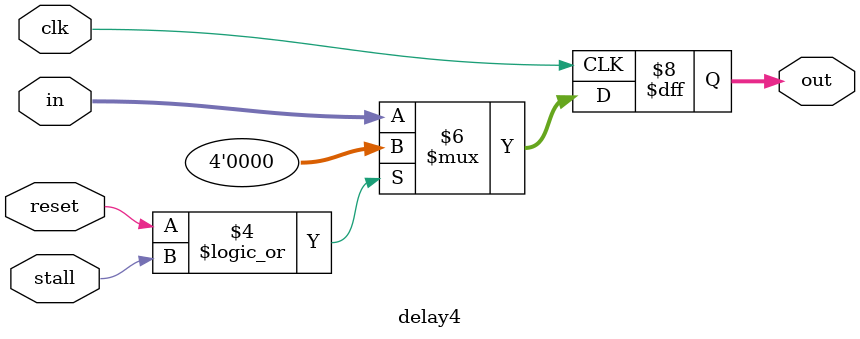
<source format=v>
`timescale 1ns / 1ps


module delay32(
	 input clk,
	 input reset,
	 input stall,
	 input [31:0] in,
	 output reg [31:0] out
	 );
	 always @(posedge clk)begin
		if(reset==1||stall==1)begin
			out<=0;
		end
		else begin
			out <= in;
		end
	 end
endmodule

module delay1(
	 input clk,
	 input reset,
	 input stall,
	 input in,
	 output reg out
	 );
	 always @(posedge clk)begin
		if(reset==1||stall==1)begin
			out<=0;
		end
		else begin
			out <= in;
		end
	 end
endmodule

module delay4(
	 input clk,
	 input reset,
	 input stall,
	 input [3:0] in,
	 output reg [3:0] out
	 );
	 always @(posedge clk)begin
		if(reset==1||stall==1)begin
			out<=0;
		end
		else begin
			out <= in;
		end
	 end
endmodule


</source>
